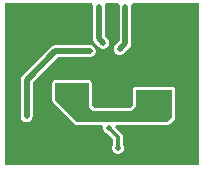
<source format=gbl>
G04*
G04 #@! TF.GenerationSoftware,Altium Limited,Altium Designer,25.5.2 (35)*
G04*
G04 Layer_Physical_Order=4*
G04 Layer_Color=13137664*
%FSLAX24Y24*%
%MOIN*%
G70*
G04*
G04 #@! TF.SameCoordinates,10BE4CE9-2312-42DA-BD6A-6239ED57E976*
G04*
G04*
G04 #@! TF.FilePolarity,Positive*
G04*
G01*
G75*
%ADD35C,0.0118*%
%ADD36C,0.0197*%
%ADD38C,0.0197*%
%ADD39C,0.0240*%
G36*
X2889Y-2495D02*
X-3578D01*
Y2889D01*
X-683D01*
X-667Y2877D01*
X-641Y2830D01*
X-641Y2830D01*
X-644Y2808D01*
X-646Y2785D01*
Y1726D01*
X-644Y1704D01*
X-641Y1682D01*
X-635Y1661D01*
X-626Y1640D01*
X-615Y1621D01*
X-602Y1603D01*
X-587Y1586D01*
X-436Y1434D01*
X-432Y1431D01*
X-428Y1427D01*
X-423Y1423D01*
X-419Y1419D01*
X-415Y1416D01*
X-410Y1413D01*
X-406Y1410D01*
X-401Y1407D01*
X-396Y1404D01*
X-391Y1401D01*
X-386Y1398D01*
X-382Y1396D01*
X-376Y1394D01*
X-371Y1391D01*
X-366Y1389D01*
X-361Y1387D01*
X-356Y1386D01*
X-350Y1384D01*
X-345Y1383D01*
X-340Y1381D01*
X-334Y1380D01*
X-329Y1379D01*
X-323Y1378D01*
X-318Y1377D01*
X-312Y1377D01*
X-306Y1376D01*
X-301D01*
X-295Y1376D01*
X-290Y1376D01*
X-284D01*
X-279Y1377D01*
X-273Y1377D01*
X-268Y1378D01*
X-262Y1379D01*
X-257Y1380D01*
X-251Y1381D01*
X-246Y1383D01*
X-240Y1384D01*
X-235Y1386D01*
X-230Y1387D01*
X-225Y1389D01*
X-219Y1391D01*
X-214Y1394D01*
X-209Y1396D01*
X-204Y1398D01*
X-199Y1401D01*
X-194Y1404D01*
X-190Y1407D01*
X-185Y1410D01*
X-180Y1413D01*
X-176Y1416D01*
X-171Y1419D01*
X-167Y1423D01*
X-163Y1427D01*
X-159Y1431D01*
X-155Y1434D01*
X-151Y1438D01*
X-147Y1442D01*
X-144Y1447D01*
X-140Y1451D01*
X-137Y1455D01*
X-133Y1460D01*
X-130Y1465D01*
X-127Y1469D01*
X-124Y1474D01*
X-121Y1479D01*
X-119Y1484D01*
X-116Y1489D01*
X-114Y1494D01*
X-112Y1499D01*
X-110Y1504D01*
X-108Y1509D01*
X-106Y1515D01*
X-104Y1520D01*
X-103Y1525D01*
X-102Y1531D01*
X-101Y1536D01*
X-99Y1542D01*
X-99Y1547D01*
X-98Y1553D01*
X-97Y1558D01*
X-97Y1564D01*
Y1569D01*
X-97Y1575D01*
X-97Y1580D01*
Y1586D01*
X-97Y1591D01*
X-98Y1597D01*
X-99Y1603D01*
X-99Y1608D01*
X-101Y1614D01*
X-102Y1619D01*
X-103Y1624D01*
X-104Y1630D01*
X-106Y1635D01*
X-108Y1640D01*
X-110Y1646D01*
X-112Y1651D01*
X-114Y1656D01*
X-116Y1661D01*
X-119Y1666D01*
X-121Y1671D01*
X-124Y1676D01*
X-127Y1681D01*
X-130Y1685D01*
X-133Y1690D01*
X-137Y1694D01*
X-140Y1699D01*
X-144Y1703D01*
X-147Y1707D01*
X-151Y1711D01*
X-155Y1715D01*
X-248Y1809D01*
Y2785D01*
X-249Y2808D01*
X-253Y2830D01*
X-253Y2830D01*
X-227Y2877D01*
X-211Y2889D01*
X207D01*
X223Y2877D01*
X249Y2830D01*
X249Y2830D01*
X245Y2808D01*
X244Y2785D01*
Y1647D01*
X106Y1509D01*
X102Y1504D01*
X98Y1501D01*
X94Y1496D01*
X91Y1492D01*
X87Y1487D01*
X84Y1483D01*
X81Y1478D01*
X78Y1474D01*
X75Y1469D01*
X72Y1464D01*
X70Y1459D01*
X67Y1454D01*
X65Y1449D01*
X62Y1444D01*
X61Y1439D01*
X58Y1434D01*
X57Y1428D01*
X55Y1423D01*
X54Y1418D01*
X52Y1412D01*
X51Y1407D01*
X50Y1401D01*
X50Y1396D01*
X49Y1390D01*
X48Y1385D01*
X48Y1379D01*
Y1374D01*
X47Y1368D01*
X48Y1363D01*
Y1357D01*
X48Y1351D01*
X49Y1346D01*
X50Y1340D01*
X50Y1335D01*
X51Y1329D01*
X52Y1324D01*
X54Y1319D01*
X55Y1313D01*
X57Y1308D01*
X58Y1302D01*
X61Y1297D01*
X62Y1292D01*
X65Y1287D01*
X67Y1282D01*
X70Y1277D01*
X72Y1272D01*
X75Y1267D01*
X78Y1262D01*
X81Y1258D01*
X84Y1253D01*
X87Y1249D01*
X91Y1244D01*
X94Y1240D01*
X98Y1236D01*
X102Y1232D01*
X106Y1228D01*
X110Y1224D01*
X114Y1220D01*
X118Y1216D01*
X122Y1213D01*
X127Y1209D01*
X131Y1206D01*
X136Y1203D01*
X140Y1200D01*
X145Y1197D01*
X150Y1194D01*
X155Y1192D01*
X160Y1189D01*
X165Y1187D01*
X170Y1185D01*
X175Y1183D01*
X180Y1181D01*
X186Y1179D01*
X191Y1177D01*
X196Y1176D01*
X202Y1174D01*
X207Y1173D01*
X213Y1172D01*
X218Y1172D01*
X224Y1171D01*
X229Y1170D01*
X235Y1170D01*
X240D01*
X246Y1169D01*
X252Y1170D01*
X257D01*
X263Y1170D01*
X268Y1171D01*
X274Y1172D01*
X279Y1172D01*
X285Y1173D01*
X290Y1174D01*
X296Y1176D01*
X301Y1177D01*
X306Y1179D01*
X312Y1181D01*
X317Y1183D01*
X322Y1185D01*
X327Y1187D01*
X332Y1189D01*
X337Y1192D01*
X342Y1194D01*
X347Y1197D01*
X352Y1200D01*
X356Y1203D01*
X361Y1206D01*
X365Y1209D01*
X370Y1213D01*
X374Y1216D01*
X378Y1220D01*
X382Y1224D01*
X387Y1228D01*
X583Y1424D01*
X598Y1441D01*
X611Y1459D01*
X622Y1479D01*
X631Y1499D01*
X637Y1521D01*
X640Y1543D01*
X642Y1565D01*
Y2785D01*
X640Y2808D01*
X637Y2830D01*
X637Y2830D01*
X663Y2877D01*
X679Y2889D01*
X2889D01*
Y-2495D01*
D02*
G37*
%LPC*%
G36*
X-748Y1498D02*
X-1890D01*
X-1912Y1497D01*
X-1934Y1493D01*
X-1955Y1487D01*
X-1976Y1478D01*
X-1996Y1467D01*
X-2014Y1455D01*
X-2030Y1440D01*
X-2995Y475D01*
X-3010Y459D01*
X-3023Y440D01*
X-3033Y421D01*
X-3042Y400D01*
X-3048Y379D01*
X-3052Y357D01*
X-3053Y335D01*
Y-876D01*
X-3053Y-882D01*
Y-887D01*
X-3052Y-893D01*
X-3052Y-898D01*
X-3051Y-904D01*
X-3050Y-909D01*
X-3049Y-915D01*
X-3048Y-920D01*
X-3047Y-926D01*
X-3045Y-931D01*
X-3043Y-936D01*
X-3042Y-942D01*
X-3040Y-947D01*
X-3038Y-952D01*
X-3036Y-957D01*
X-3033Y-962D01*
X-3031Y-967D01*
X-3028Y-972D01*
X-3025Y-977D01*
X-3023Y-982D01*
X-3019Y-986D01*
X-3016Y-991D01*
X-3013Y-995D01*
X-3010Y-1000D01*
X-3006Y-1004D01*
X-3003Y-1008D01*
X-2999Y-1012D01*
X-2995Y-1017D01*
X-2991Y-1020D01*
X-2987Y-1024D01*
X-2982Y-1028D01*
X-2978Y-1031D01*
X-2974Y-1035D01*
X-2969Y-1038D01*
X-2965Y-1041D01*
X-2960Y-1044D01*
X-2955Y-1047D01*
X-2950Y-1050D01*
X-2945Y-1052D01*
X-2941Y-1055D01*
X-2935Y-1057D01*
X-2930Y-1060D01*
X-2925Y-1061D01*
X-2920Y-1064D01*
X-2915Y-1065D01*
X-2909Y-1067D01*
X-2904Y-1068D01*
X-2899Y-1070D01*
X-2893Y-1071D01*
X-2888Y-1072D01*
X-2882Y-1073D01*
X-2877Y-1073D01*
X-2871Y-1074D01*
X-2865Y-1074D01*
X-2860D01*
X-2854Y-1075D01*
X-2849Y-1074D01*
X-2843D01*
X-2838Y-1074D01*
X-2832Y-1073D01*
X-2827Y-1073D01*
X-2821Y-1072D01*
X-2816Y-1071D01*
X-2810Y-1070D01*
X-2805Y-1068D01*
X-2799Y-1067D01*
X-2794Y-1065D01*
X-2789Y-1064D01*
X-2784Y-1061D01*
X-2778Y-1060D01*
X-2773Y-1057D01*
X-2768Y-1055D01*
X-2763Y-1052D01*
X-2758Y-1050D01*
X-2753Y-1047D01*
X-2749Y-1044D01*
X-2744Y-1041D01*
X-2739Y-1038D01*
X-2735Y-1035D01*
X-2730Y-1031D01*
X-2726Y-1028D01*
X-2722Y-1024D01*
X-2718Y-1020D01*
X-2714Y-1017D01*
X-2710Y-1012D01*
X-2706Y-1008D01*
X-2703Y-1004D01*
X-2699Y-1000D01*
X-2696Y-995D01*
X-2692Y-991D01*
X-2689Y-986D01*
X-2686Y-982D01*
X-2683Y-977D01*
X-2680Y-972D01*
X-2678Y-967D01*
X-2675Y-962D01*
X-2673Y-957D01*
X-2671Y-952D01*
X-2669Y-947D01*
X-2667Y-942D01*
X-2665Y-936D01*
X-2663Y-931D01*
X-2662Y-926D01*
X-2661Y-920D01*
X-2660Y-915D01*
X-2658Y-909D01*
X-2658Y-904D01*
X-2657Y-898D01*
X-2657Y-893D01*
X-2656Y-887D01*
Y-882D01*
X-2656Y-876D01*
Y252D01*
X-1807Y1100D01*
X-748D01*
X-742Y1101D01*
X-737D01*
X-731Y1101D01*
X-726Y1102D01*
X-720Y1103D01*
X-715Y1103D01*
X-709Y1105D01*
X-704Y1105D01*
X-698Y1107D01*
X-693Y1108D01*
X-688Y1110D01*
X-682Y1112D01*
X-677Y1114D01*
X-672Y1116D01*
X-667Y1118D01*
X-662Y1120D01*
X-657Y1123D01*
X-652Y1125D01*
X-647Y1128D01*
X-642Y1131D01*
X-638Y1134D01*
X-633Y1137D01*
X-629Y1141D01*
X-624Y1144D01*
X-620Y1148D01*
X-616Y1151D01*
X-612Y1155D01*
X-608Y1159D01*
X-604Y1163D01*
X-600Y1167D01*
X-596Y1171D01*
X-593Y1175D01*
X-589Y1180D01*
X-586Y1184D01*
X-583Y1189D01*
X-580Y1193D01*
X-577Y1198D01*
X-574Y1203D01*
X-572Y1208D01*
X-569Y1213D01*
X-567Y1218D01*
X-564Y1223D01*
X-563Y1228D01*
X-560Y1234D01*
X-559Y1239D01*
X-557Y1244D01*
X-556Y1250D01*
X-554Y1255D01*
X-553Y1260D01*
X-552Y1266D01*
X-551Y1271D01*
X-551Y1277D01*
X-550Y1283D01*
X-550Y1288D01*
Y1294D01*
X-549Y1299D01*
X-550Y1305D01*
Y1310D01*
X-550Y1316D01*
X-551Y1321D01*
X-551Y1327D01*
X-552Y1332D01*
X-553Y1338D01*
X-554Y1343D01*
X-556Y1349D01*
X-557Y1354D01*
X-559Y1360D01*
X-560Y1365D01*
X-563Y1370D01*
X-564Y1375D01*
X-567Y1380D01*
X-569Y1385D01*
X-572Y1390D01*
X-574Y1395D01*
X-577Y1400D01*
X-580Y1405D01*
X-583Y1409D01*
X-586Y1414D01*
X-589Y1419D01*
X-593Y1423D01*
X-596Y1427D01*
X-600Y1432D01*
X-604Y1436D01*
X-608Y1440D01*
X-612Y1443D01*
X-616Y1447D01*
X-620Y1451D01*
X-624Y1455D01*
X-629Y1458D01*
X-633Y1461D01*
X-638Y1464D01*
X-642Y1467D01*
X-647Y1470D01*
X-652Y1473D01*
X-657Y1476D01*
X-662Y1478D01*
X-667Y1480D01*
X-672Y1483D01*
X-677Y1485D01*
X-682Y1487D01*
X-688Y1488D01*
X-693Y1490D01*
X-698Y1491D01*
X-704Y1493D01*
X-709Y1494D01*
X-715Y1495D01*
X-720Y1496D01*
X-726Y1497D01*
X-731Y1497D01*
X-737Y1498D01*
X-742D01*
X-748Y1498D01*
D02*
G37*
G36*
X-787Y337D02*
X-1890D01*
X-1905Y335D01*
X-1921Y332D01*
X-1935Y326D01*
X-1949Y317D01*
X-1961Y307D01*
X-1971Y295D01*
X-1979Y282D01*
X-1985Y267D01*
X-1989Y252D01*
X-1990Y236D01*
Y-354D01*
X-1989Y-370D01*
X-1985Y-385D01*
X-1979Y-400D01*
X-1971Y-413D01*
X-1961Y-425D01*
X-1252Y-1134D01*
X-1240Y-1144D01*
X-1227Y-1152D01*
X-1212Y-1158D01*
X-1197Y-1162D01*
X-1181Y-1163D01*
X-337D01*
X-317Y-1181D01*
X-293Y-1222D01*
X-294Y-1227D01*
X-297Y-1249D01*
Y-1271D01*
X-294Y-1293D01*
X-289Y-1315D01*
X-282Y-1336D01*
X-272Y-1356D01*
X-261Y-1375D01*
X-247Y-1392D01*
X-231Y-1408D01*
X-213Y-1422D01*
X-195Y-1434D01*
X-174Y-1443D01*
X-153Y-1451D01*
X-132Y-1456D01*
X-127Y-1456D01*
X37Y-1621D01*
Y-1811D01*
X35Y-1814D01*
X23Y-1833D01*
X13Y-1853D01*
X6Y-1874D01*
X1Y-1896D01*
X-2Y-1918D01*
Y-1940D01*
X1Y-1962D01*
X6Y-1984D01*
X13Y-2005D01*
X23Y-2025D01*
X35Y-2044D01*
X49Y-2062D01*
X64Y-2077D01*
X82Y-2091D01*
X101Y-2103D01*
X121Y-2113D01*
X142Y-2120D01*
X164Y-2125D01*
X186Y-2128D01*
X208D01*
X230Y-2125D01*
X252Y-2120D01*
X273Y-2113D01*
X293Y-2103D01*
X312Y-2091D01*
X329Y-2077D01*
X345Y-2062D01*
X359Y-2044D01*
X371Y-2025D01*
X380Y-2005D01*
X388Y-1984D01*
X393Y-1962D01*
X395Y-1940D01*
Y-1918D01*
X393Y-1896D01*
X388Y-1874D01*
X380Y-1853D01*
X371Y-1833D01*
X359Y-1814D01*
X356Y-1811D01*
Y-1555D01*
X355Y-1534D01*
X351Y-1514D01*
X344Y-1494D01*
X335Y-1475D01*
X323Y-1458D01*
X310Y-1442D01*
X98Y-1231D01*
X98Y-1227D01*
X97Y-1222D01*
X120Y-1181D01*
X140Y-1163D01*
X1850D01*
X1866Y-1162D01*
X1881Y-1158D01*
X1896Y-1152D01*
X1909Y-1144D01*
X1921Y-1134D01*
X2079Y-976D01*
X2089Y-964D01*
X2097Y-951D01*
X2103Y-937D01*
X2107Y-921D01*
X2108Y-906D01*
Y0D01*
X2107Y16D01*
X2103Y31D01*
X2097Y46D01*
X2089Y59D01*
X2079Y71D01*
X2067Y81D01*
X2053Y89D01*
X2039Y95D01*
X2024Y99D01*
X2008Y100D01*
X787D01*
X772Y99D01*
X756Y95D01*
X742Y89D01*
X728Y81D01*
X716Y71D01*
X706Y59D01*
X698Y46D01*
X692Y31D01*
X688Y16D01*
X687Y0D01*
Y-510D01*
X588Y-608D01*
X-588D01*
X-687Y-510D01*
Y236D01*
X-688Y252D01*
X-692Y267D01*
X-698Y282D01*
X-706Y295D01*
X-716Y307D01*
X-728Y317D01*
X-742Y326D01*
X-756Y332D01*
X-772Y335D01*
X-787Y337D01*
D02*
G37*
%LPD*%
G36*
Y-551D02*
X-630Y-709D01*
X630D01*
X787Y-551D01*
Y0D01*
X2008D01*
Y-906D01*
X1850Y-1063D01*
X-1181D01*
X-1890Y-354D01*
Y236D01*
X-787D01*
Y-551D01*
D02*
G37*
D35*
X197Y-1929D02*
Y-1555D01*
X-98Y-1260D02*
X197Y-1555D01*
D36*
X-447Y1726D02*
Y2785D01*
Y1726D02*
X-295Y1575D01*
X246Y1368D02*
X443Y1565D01*
Y2785D01*
X-1890Y1299D02*
X-748D01*
X-2854Y-876D02*
Y335D01*
X-1890Y1299D01*
D38*
X-1831Y-1043D02*
D03*
X-1319Y925D02*
D03*
X945Y-2362D02*
D03*
X1850D02*
D03*
X2756D02*
D03*
X-1673D02*
D03*
X-2402Y-2362D02*
D03*
X-3465Y-2362D02*
D03*
X246Y1368D02*
D03*
X-295Y1575D02*
D03*
X-768Y2785D02*
D03*
X758D02*
D03*
X-344Y-1945D02*
D03*
X945D02*
D03*
X197Y-1929D02*
D03*
X-98Y-1260D02*
D03*
X1850Y-512D02*
D03*
Y-787D02*
D03*
X1614Y-197D02*
D03*
X-2854Y-876D02*
D03*
X-1929Y2087D02*
D03*
X-2441D02*
D03*
X-3465Y-1516D02*
D03*
Y2785D02*
D03*
X-1929D02*
D03*
X-2441D02*
D03*
X1378D02*
D03*
X2756Y-1142D02*
D03*
Y-246D02*
D03*
X128Y2785D02*
D03*
X-128D02*
D03*
X-3465Y1870D02*
D03*
Y1024D02*
D03*
X2756Y2785D02*
D03*
X-748Y1299D02*
D03*
X2756Y246D02*
D03*
X-2402Y-1516D02*
D03*
X-1673D02*
D03*
X-3465Y-551D02*
D03*
X-1457Y98D02*
D03*
X-1742Y98D02*
D03*
X-3465Y177D02*
D03*
X2756Y1142D02*
D03*
D39*
X472Y472D02*
D03*
Y0D02*
D03*
Y-472D02*
D03*
X0D02*
D03*
X-472D02*
D03*
Y0D02*
D03*
Y472D02*
D03*
X0D02*
D03*
Y0D02*
D03*
M02*

</source>
